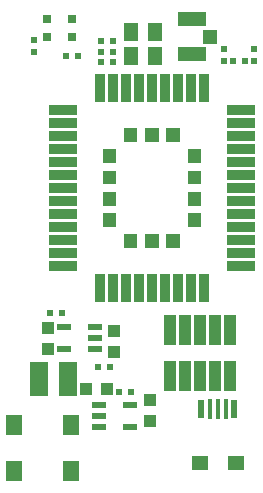
<source format=gbr>
G04 #@! TF.GenerationSoftware,KiCad,Pcbnew,5.1.6-c6e7f7d~87~ubuntu18.04.1*
G04 #@! TF.CreationDate,2021-11-02T16:25:14+02:00*
G04 #@! TF.ProjectId,NB-IoT-DevKit_Rev_D,4e422d49-6f54-42d4-9465-764b69745f52,D*
G04 #@! TF.SameCoordinates,Original*
G04 #@! TF.FileFunction,Paste,Top*
G04 #@! TF.FilePolarity,Positive*
%FSLAX46Y46*%
G04 Gerber Fmt 4.6, Leading zero omitted, Abs format (unit mm)*
G04 Created by KiCad (PCBNEW 5.1.6-c6e7f7d~87~ubuntu18.04.1) date 2021-11-02 16:25:14*
%MOMM*%
%LPD*%
G01*
G04 APERTURE LIST*
%ADD10R,1.202400X1.202400*%
%ADD11R,2.352400X1.202400*%
%ADD12R,1.014000X2.654000*%
%ADD13R,0.500000X1.650000*%
%ADD14R,0.396120X1.721120*%
%ADD15R,1.354000X1.254000*%
%ADD16R,1.327000X1.754000*%
%ADD17C,0.100000*%
%ADD18R,1.600000X3.000000*%
%ADD19R,1.016000X1.016000*%
%ADD20R,0.550000X0.500000*%
%ADD21R,1.270000X1.524000*%
%ADD22R,0.500000X0.550000*%
%ADD23R,0.800000X0.800000*%
%ADD24R,1.200000X0.550000*%
G04 APERTURE END LIST*
D10*
X148439000Y-63373000D03*
D11*
X146939000Y-61873000D03*
X146939000Y-64873000D03*
D12*
X146304000Y-88219500D03*
X147574000Y-88219500D03*
X150114000Y-88219500D03*
X148844000Y-88219500D03*
X145034000Y-88219500D03*
X150114000Y-92120500D03*
X148844000Y-92120500D03*
X147574000Y-92120500D03*
X146304000Y-92120500D03*
X145034000Y-92120500D03*
D13*
X147710500Y-94894000D03*
D14*
X148448000Y-94894000D03*
X149098000Y-94894000D03*
X149748000Y-94894000D03*
D13*
X150485500Y-94894000D03*
D15*
X147598000Y-99444000D03*
X150598000Y-99444000D03*
D16*
X136629000Y-96266000D03*
X131849000Y-96266000D03*
D17*
G36*
X137176200Y-69173800D02*
G01*
X137176200Y-70026200D01*
X134773800Y-70026200D01*
X134773800Y-69173800D01*
X137176200Y-69173800D01*
G37*
G36*
X137176200Y-70273800D02*
G01*
X137176200Y-71126200D01*
X134773800Y-71126200D01*
X134773800Y-70273800D01*
X137176200Y-70273800D01*
G37*
G36*
X137176200Y-71373800D02*
G01*
X137176200Y-72226200D01*
X134773800Y-72226200D01*
X134773800Y-71373800D01*
X137176200Y-71373800D01*
G37*
G36*
X137176200Y-72473800D02*
G01*
X137176200Y-73326200D01*
X134773800Y-73326200D01*
X134773800Y-72473800D01*
X137176200Y-72473800D01*
G37*
G36*
X137176200Y-73573800D02*
G01*
X137176200Y-74426200D01*
X134773800Y-74426200D01*
X134773800Y-73573800D01*
X137176200Y-73573800D01*
G37*
G36*
X137176200Y-74673800D02*
G01*
X137176200Y-75526200D01*
X134773800Y-75526200D01*
X134773800Y-74673800D01*
X137176200Y-74673800D01*
G37*
G36*
X139536200Y-68926200D02*
G01*
X138683800Y-68926200D01*
X138683800Y-66523800D01*
X139536200Y-66523800D01*
X139536200Y-68926200D01*
G37*
G36*
X140636200Y-68926200D02*
G01*
X139783800Y-68926200D01*
X139783800Y-66523800D01*
X140636200Y-66523800D01*
X140636200Y-68926200D01*
G37*
G36*
X141736200Y-68926200D02*
G01*
X140883800Y-68926200D01*
X140883800Y-66523800D01*
X141736200Y-66523800D01*
X141736200Y-68926200D01*
G37*
G36*
X142836200Y-68926200D02*
G01*
X141983800Y-68926200D01*
X141983800Y-66523800D01*
X142836200Y-66523800D01*
X142836200Y-68926200D01*
G37*
G36*
X143936200Y-68926200D02*
G01*
X143083800Y-68926200D01*
X143083800Y-66523800D01*
X143936200Y-66523800D01*
X143936200Y-68926200D01*
G37*
G36*
X145036200Y-68926200D02*
G01*
X144183800Y-68926200D01*
X144183800Y-66523800D01*
X145036200Y-66523800D01*
X145036200Y-68926200D01*
G37*
G36*
X146136200Y-68926200D02*
G01*
X145283800Y-68926200D01*
X145283800Y-66523800D01*
X146136200Y-66523800D01*
X146136200Y-68926200D01*
G37*
G36*
X147236200Y-68926200D02*
G01*
X146383800Y-68926200D01*
X146383800Y-66523800D01*
X147236200Y-66523800D01*
X147236200Y-68926200D01*
G37*
G36*
X148336200Y-68926200D02*
G01*
X147483800Y-68926200D01*
X147483800Y-66523800D01*
X148336200Y-66523800D01*
X148336200Y-68926200D01*
G37*
G36*
X149843800Y-70026200D02*
G01*
X149843800Y-69173800D01*
X152246200Y-69173800D01*
X152246200Y-70026200D01*
X149843800Y-70026200D01*
G37*
G36*
X149843800Y-71126200D02*
G01*
X149843800Y-70273800D01*
X152246200Y-70273800D01*
X152246200Y-71126200D01*
X149843800Y-71126200D01*
G37*
G36*
X149843800Y-72226200D02*
G01*
X149843800Y-71373800D01*
X152246200Y-71373800D01*
X152246200Y-72226200D01*
X149843800Y-72226200D01*
G37*
G36*
X149843800Y-73326200D02*
G01*
X149843800Y-72473800D01*
X152246200Y-72473800D01*
X152246200Y-73326200D01*
X149843800Y-73326200D01*
G37*
G36*
X149843800Y-74426200D02*
G01*
X149843800Y-73573800D01*
X152246200Y-73573800D01*
X152246200Y-74426200D01*
X149843800Y-74426200D01*
G37*
G36*
X149843800Y-75526200D02*
G01*
X149843800Y-74673800D01*
X152246200Y-74673800D01*
X152246200Y-75526200D01*
X149843800Y-75526200D01*
G37*
G36*
X149843800Y-76626200D02*
G01*
X149843800Y-75773800D01*
X152246200Y-75773800D01*
X152246200Y-76626200D01*
X149843800Y-76626200D01*
G37*
G36*
X149843800Y-77726200D02*
G01*
X149843800Y-76873800D01*
X152246200Y-76873800D01*
X152246200Y-77726200D01*
X149843800Y-77726200D01*
G37*
G36*
X149843800Y-78826200D02*
G01*
X149843800Y-77973800D01*
X152246200Y-77973800D01*
X152246200Y-78826200D01*
X149843800Y-78826200D01*
G37*
G36*
X149843800Y-79926200D02*
G01*
X149843800Y-79073800D01*
X152246200Y-79073800D01*
X152246200Y-79926200D01*
X149843800Y-79926200D01*
G37*
G36*
X149843800Y-81026200D02*
G01*
X149843800Y-80173800D01*
X152246200Y-80173800D01*
X152246200Y-81026200D01*
X149843800Y-81026200D01*
G37*
G36*
X149843800Y-82126200D02*
G01*
X149843800Y-81273800D01*
X152246200Y-81273800D01*
X152246200Y-82126200D01*
X149843800Y-82126200D01*
G37*
G36*
X149843800Y-83226200D02*
G01*
X149843800Y-82373800D01*
X152246200Y-82373800D01*
X152246200Y-83226200D01*
X149843800Y-83226200D01*
G37*
G36*
X148336200Y-85876200D02*
G01*
X147483800Y-85876200D01*
X147483800Y-83473800D01*
X148336200Y-83473800D01*
X148336200Y-85876200D01*
G37*
G36*
X147236200Y-85876200D02*
G01*
X146383800Y-85876200D01*
X146383800Y-83473800D01*
X147236200Y-83473800D01*
X147236200Y-85876200D01*
G37*
G36*
X146136200Y-85876200D02*
G01*
X145283800Y-85876200D01*
X145283800Y-83473800D01*
X146136200Y-83473800D01*
X146136200Y-85876200D01*
G37*
G36*
X145036200Y-85876200D02*
G01*
X144183800Y-85876200D01*
X144183800Y-83473800D01*
X145036200Y-83473800D01*
X145036200Y-85876200D01*
G37*
G36*
X143936200Y-85876200D02*
G01*
X143083800Y-85876200D01*
X143083800Y-83473800D01*
X143936200Y-83473800D01*
X143936200Y-85876200D01*
G37*
G36*
X142836200Y-85876200D02*
G01*
X141983800Y-85876200D01*
X141983800Y-83473800D01*
X142836200Y-83473800D01*
X142836200Y-85876200D01*
G37*
G36*
X141736200Y-85876200D02*
G01*
X140883800Y-85876200D01*
X140883800Y-83473800D01*
X141736200Y-83473800D01*
X141736200Y-85876200D01*
G37*
G36*
X134773800Y-76626200D02*
G01*
X134773800Y-75773800D01*
X137176200Y-75773800D01*
X137176200Y-76626200D01*
X134773800Y-76626200D01*
G37*
G36*
X134773800Y-77726200D02*
G01*
X134773800Y-76873800D01*
X137176200Y-76873800D01*
X137176200Y-77726200D01*
X134773800Y-77726200D01*
G37*
G36*
X134773800Y-78826200D02*
G01*
X134773800Y-77973800D01*
X137176200Y-77973800D01*
X137176200Y-78826200D01*
X134773800Y-78826200D01*
G37*
G36*
X134773800Y-79926200D02*
G01*
X134773800Y-79073800D01*
X137176200Y-79073800D01*
X137176200Y-79926200D01*
X134773800Y-79926200D01*
G37*
G36*
X134773800Y-81026200D02*
G01*
X134773800Y-80173800D01*
X137176200Y-80173800D01*
X137176200Y-81026200D01*
X134773800Y-81026200D01*
G37*
G36*
X134773800Y-82126200D02*
G01*
X134773800Y-81273800D01*
X137176200Y-81273800D01*
X137176200Y-82126200D01*
X134773800Y-82126200D01*
G37*
G36*
X134773800Y-83226200D02*
G01*
X134773800Y-82373800D01*
X137176200Y-82373800D01*
X137176200Y-83226200D01*
X134773800Y-83226200D01*
G37*
G36*
X139536200Y-85876200D02*
G01*
X138683800Y-85876200D01*
X138683800Y-83473800D01*
X139536200Y-83473800D01*
X139536200Y-85876200D01*
G37*
G36*
X140636200Y-85876200D02*
G01*
X139783800Y-85876200D01*
X139783800Y-83473800D01*
X140636200Y-83473800D01*
X140636200Y-85876200D01*
G37*
G36*
X140486200Y-72923800D02*
G01*
X140486200Y-74076200D01*
X139333800Y-74076200D01*
X139333800Y-72923800D01*
X140486200Y-72923800D01*
G37*
G36*
X140486200Y-74723800D02*
G01*
X140486200Y-75876200D01*
X139333800Y-75876200D01*
X139333800Y-74723800D01*
X140486200Y-74723800D01*
G37*
G36*
X140486200Y-76523800D02*
G01*
X140486200Y-77676200D01*
X139333800Y-77676200D01*
X139333800Y-76523800D01*
X140486200Y-76523800D01*
G37*
G36*
X140486200Y-78323800D02*
G01*
X140486200Y-79476200D01*
X139333800Y-79476200D01*
X139333800Y-78323800D01*
X140486200Y-78323800D01*
G37*
G36*
X142286200Y-80123800D02*
G01*
X142286200Y-81276200D01*
X141133800Y-81276200D01*
X141133800Y-80123800D01*
X142286200Y-80123800D01*
G37*
G36*
X144086200Y-80123800D02*
G01*
X144086200Y-81276200D01*
X142933800Y-81276200D01*
X142933800Y-80123800D01*
X144086200Y-80123800D01*
G37*
G36*
X145886200Y-80123800D02*
G01*
X145886200Y-81276200D01*
X144733800Y-81276200D01*
X144733800Y-80123800D01*
X145886200Y-80123800D01*
G37*
G36*
X147686200Y-78323800D02*
G01*
X147686200Y-79476200D01*
X146533800Y-79476200D01*
X146533800Y-78323800D01*
X147686200Y-78323800D01*
G37*
G36*
X147686200Y-76523800D02*
G01*
X147686200Y-77676200D01*
X146533800Y-77676200D01*
X146533800Y-76523800D01*
X147686200Y-76523800D01*
G37*
G36*
X147686200Y-74723800D02*
G01*
X147686200Y-75876200D01*
X146533800Y-75876200D01*
X146533800Y-74723800D01*
X147686200Y-74723800D01*
G37*
G36*
X147686200Y-72923800D02*
G01*
X147686200Y-74076200D01*
X146533800Y-74076200D01*
X146533800Y-72923800D01*
X147686200Y-72923800D01*
G37*
G36*
X145886200Y-71123800D02*
G01*
X145886200Y-72276200D01*
X144733800Y-72276200D01*
X144733800Y-71123800D01*
X145886200Y-71123800D01*
G37*
G36*
X144086200Y-71123800D02*
G01*
X144086200Y-72276200D01*
X142933800Y-72276200D01*
X142933800Y-71123800D01*
X144086200Y-71123800D01*
G37*
G36*
X142286200Y-71123800D02*
G01*
X142286200Y-72276200D01*
X141133800Y-72276200D01*
X141133800Y-71123800D01*
X142286200Y-71123800D01*
G37*
D18*
X136391500Y-92329000D03*
X133991500Y-92329000D03*
D19*
X143383000Y-94107000D03*
X143383000Y-95885000D03*
X139700000Y-93218000D03*
X137922000Y-93218000D03*
D20*
X149606000Y-65405000D03*
X149606000Y-64389000D03*
X152146000Y-65405000D03*
X152146000Y-64389000D03*
D21*
X143763999Y-65024000D03*
X141731999Y-65024000D03*
X143764000Y-62992000D03*
X141732000Y-62992000D03*
D22*
X139192001Y-65532000D03*
X140208001Y-65532000D03*
X139192000Y-64643001D03*
X140208000Y-64643001D03*
X139192000Y-63754000D03*
X140208000Y-63754000D03*
D19*
X140335000Y-88265000D03*
X140335000Y-90043000D03*
X134747000Y-88011000D03*
X134747000Y-89789000D03*
D23*
X134620000Y-63373000D03*
X134620000Y-61849000D03*
D22*
X150368000Y-65405000D03*
X151384000Y-65405000D03*
D23*
X136779000Y-63373000D03*
X136779000Y-61849000D03*
D16*
X136629000Y-100139500D03*
X131849000Y-100139500D03*
D20*
X133540500Y-64706500D03*
X133540500Y-63690500D03*
D22*
X138938000Y-91376500D03*
X139954000Y-91376500D03*
X140716000Y-93472000D03*
X141732000Y-93472000D03*
X137287000Y-65024000D03*
X136271000Y-65024000D03*
X134874000Y-86741000D03*
X135890000Y-86741000D03*
D24*
X139035000Y-94554000D03*
X139035000Y-95504000D03*
X139035000Y-96454000D03*
X141635000Y-94554000D03*
X141635000Y-96454000D03*
X138714000Y-89850000D03*
X138714000Y-88900000D03*
X138714000Y-87950000D03*
X136114000Y-89850000D03*
X136114000Y-87950000D03*
M02*

</source>
